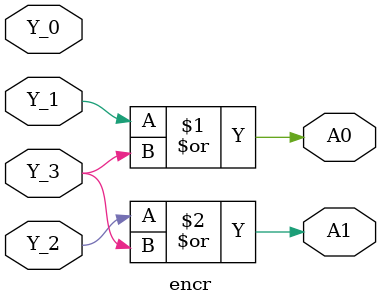
<source format=v>
module encr(Y_0,Y_1,Y_2,Y_3,A0,A1);
input Y_0,Y_1,Y_2,Y_3;
output A0,A1;
assign A0 = Y_1 | Y_3;
assign A1 = Y_2 | Y_3;

endmodule
</source>
